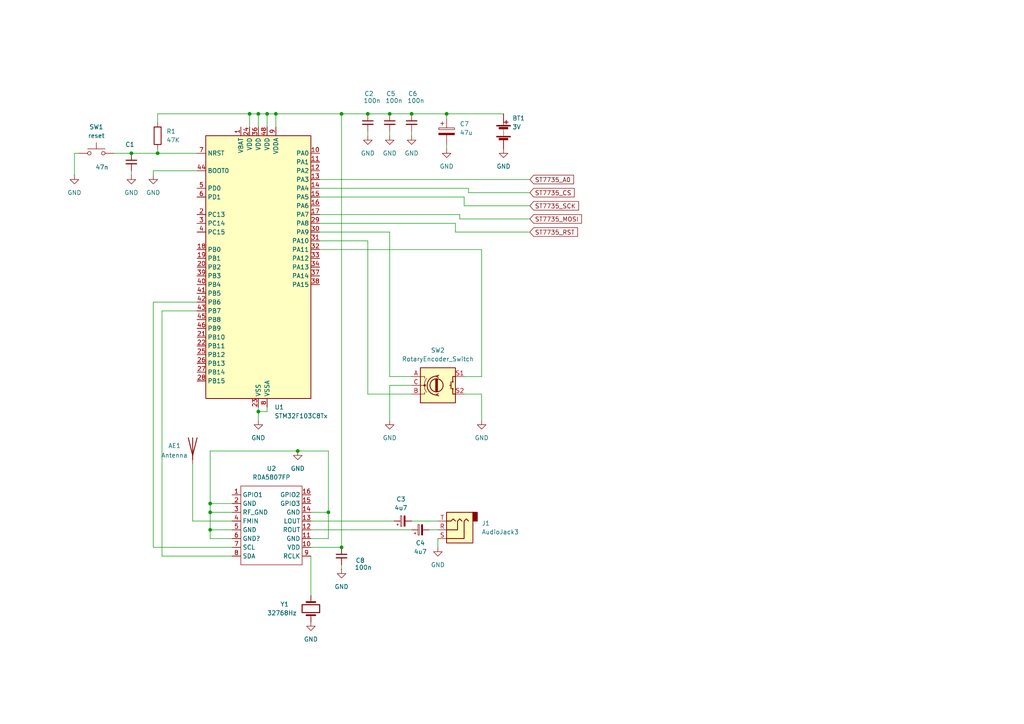
<source format=kicad_sch>
(kicad_sch (version 20250114) (generator "eeschema") (generator_version "9.0")
  (paper "A4")
  (lib_symbols
    (symbol "Connector:AudioJack3"
      (property "Reference" "J" (at 0 8.89 0))
      (property "Value" "AudioJack3" (at 0 6.35 0))
      (symbol "AudioJack3_0_1"
        (rectangle (start -5.08 -5.08) (end -6.35 -2.54) (stroke (width 0.254)) (fill (type outline)))
        (polyline (pts (xy -1.905 -2.54) (xy -1.27 -3.175) (xy -0.635 -2.54) (xy -0.635 0) (xy 2.54 0)) (stroke (width 0.254)))
        (polyline (pts (xy 0 -2.54) (xy 0.635 -3.175) (xy 1.27 -2.54) (xy 2.54 -2.54)) (stroke (width 0.254)))
        (rectangle (start 2.54 3.81) (end -5.08 -5.08) (stroke (width 0.254)) (fill (type background)))
        (polyline (pts (xy 2.54 2.54) (xy -2.54 2.54) (xy -2.54 -2.54) (xy -3.175 -3.175) (xy -3.81 -2.54)) (stroke (width 0.254)))
      )
      (symbol "AudioJack3_1_1"
        (pin passive line (at 5.08 2.54 180) (length 2.54) (name "~") (number "S"))
        (pin passive line (at 5.08 0 180) (length 2.54) (name "~") (number "R"))
        (pin passive line (at 5.08 -2.54 180) (length 2.54) (name "~") (number "T"))
      )
    )
    (symbol "Device:Antenna" (pin_numbers (hide yes)) (pin_names (offset 1.016) (hide yes))
      (property "Reference" "AE" (at -1.905 1.905 0))
      (property "Value" "Antenna" (at -1.905 0 0))
      (symbol "Antenna_0_1"
        (polyline (pts (xy 0 2.54) (xy 0 -3.81)) (stroke (width 0.254)))
        (polyline (pts (xy 1.27 2.54) (xy 0 -2.54) (xy -1.27 2.54)) (stroke (width 0.254)))
      )
      (symbol "Antenna_1_1"
        (pin input line (at 0 -5.08 90) (length 2.54) (name "A") (number "1"))
      )
    )
    (symbol "Device:Battery" (pin_numbers (hide yes)) (pin_names (offset 0) (hide yes))
      (property "Reference" "BT" (at 2.54 2.54 0))
      (property "Value" "Battery" (at 2.54 0 0))
      (symbol "Battery_0_1"
        (rectangle (start -2.032 1.778) (end 2.032 1.524) (fill (type outline)))
        (rectangle (start -2.032 -1.397) (end 2.032 -1.651) (fill (type outline)))
        (rectangle (start -1.3208 1.1938) (end 1.27 0.6858) (fill (type outline)))
        (rectangle (start -1.3208 -1.9812) (end 1.27 -2.4892) (fill (type outline)))
        (polyline (pts (xy 0 1.778) (xy 0 2.54)))
        (polyline (pts (xy 0 0.508) (xy 0 0.762)))
        (polyline (pts (xy 0 0) (xy 0 0.254)))
        (polyline (pts (xy 0 -0.508) (xy 0 -0.254)))
        (polyline (pts (xy 0 -1.016) (xy 0 -0.762)))
        (polyline (pts (xy 0 -1.524) (xy 0 -1.27)))
        (polyline (pts (xy 0.254 2.667) (xy 1.27 2.667)) (stroke (width 0.254)))
        (polyline (pts (xy 0.762 3.175) (xy 0.762 2.159)) (stroke (width 0.254)))
      )
      (symbol "Battery_1_1"
        (pin passive line (at 0 5.08 270) (length 2.54) (name "+") (number "1"))
        (pin passive line (at 0 -5.08 90) (length 2.54) (name "-") (number "2"))
      )
    )
    (symbol "Device:C_Polarized" (pin_numbers (hide yes)) (pin_names (offset 0.254))
      (property "Reference" "C" (at 0.635 2.54 0))
      (property "Value" "C_Polarized" (at 0.635 -2.54 0))
      (symbol "C_Polarized_0_1"
        (rectangle (start -2.286 0.508) (end 2.286 1.016))
        (polyline (pts (xy -1.778 2.286) (xy -0.762 2.286)))
        (polyline (pts (xy -1.27 2.794) (xy -1.27 1.778)))
        (rectangle (start 2.286 -0.508) (end -2.286 -1.016) (fill (type outline)))
      )
      (symbol "C_Polarized_1_1"
        (pin passive line (at 0 3.81 270) (length 2.794) (name "~") (number "1"))
        (pin passive line (at 0 -3.81 90) (length 2.794) (name "~") (number "2"))
      )
    )
    (symbol "Device:C_Polarized_Small" (pin_numbers (hide yes)) (pin_names (offset 0.254) (hide yes))
      (property "Reference" "C" (at 0.254 1.778 0))
      (property "Value" "C_Polarized_Small" (at 0.254 -2.032 0))
      (symbol "C_Polarized_Small_0_1"
        (rectangle (start -1.524 0.6858) (end 1.524 0.3048))
        (rectangle (start -1.524 -0.3048) (end 1.524 -0.6858) (fill (type outline)))
        (polyline (pts (xy -1.27 1.524) (xy -0.762 1.524)))
        (polyline (pts (xy -1.016 1.27) (xy -1.016 1.778)))
      )
      (symbol "C_Polarized_Small_1_1"
        (pin passive line (at 0 2.54 270) (length 1.8542) (name "~") (number "1"))
        (pin passive line (at 0 -2.54 90) (length 1.8542) (name "~") (number "2"))
      )
    )
    (symbol "Device:C_Small" (pin_numbers (hide yes)) (pin_names (offset 0.254) (hide yes))
      (property "Reference" "C" (at 0.254 1.778 0))
      (property "Value" "C_Small" (at 0.254 -2.032 0))
      (symbol "C_Small_0_1"
        (polyline (pts (xy -1.524 0.508) (xy 1.524 0.508)) (stroke (width 0.3048)))
        (polyline (pts (xy -1.524 -0.508) (xy 1.524 -0.508)) (stroke (width 0.3302)))
      )
      (symbol "C_Small_1_1"
        (pin passive line (at 0 2.54 270) (length 2.032) (name "~") (number "1"))
        (pin passive line (at 0 -2.54 90) (length 2.032) (name "~") (number "2"))
      )
    )
    (symbol "Device:Crystal" (pin_numbers (hide yes)) (pin_names (offset 1.016) (hide yes))
      (property "Reference" "Y" (at 0 3.81 0))
      (property "Value" "Crystal" (at 0 -3.81 0))
      (symbol "Crystal_0_1"
        (polyline (pts (xy -2.54 0) (xy -1.905 0)))
        (polyline (pts (xy -1.905 -1.27) (xy -1.905 1.27)) (stroke (width 0.508)))
        (rectangle (start -1.143 2.54) (end 1.143 -2.54) (stroke (width 0.3048)))
        (polyline (pts (xy 1.905 -1.27) (xy 1.905 1.27)) (stroke (width 0.508)))
        (polyline (pts (xy 2.54 0) (xy 1.905 0)))
      )
      (symbol "Crystal_1_1"
        (pin passive line (at -3.81 0 0) (length 1.27) (name "1") (number "1"))
        (pin passive line (at 3.81 0 180) (length 1.27) (name "2") (number "2"))
      )
    )
    (symbol "Device:R" (pin_numbers (hide yes)) (pin_names (offset 0))
      (property "Reference" "R" (at 2.032 0 90))
      (property "Value" "R" (at 0 0 90))
      (symbol "R_0_1"
        (rectangle (start -1.016 -2.54) (end 1.016 2.54) (stroke (width 0.254)))
      )
      (symbol "R_1_1"
        (pin passive line (at 0 3.81 270) (length 1.27) (name "~") (number "1"))
        (pin passive line (at 0 -3.81 90) (length 1.27) (name "~") (number "2"))
      )
    )
    (symbol "Device:RotaryEncoder_Switch" (pin_names (offset 0.254) (hide yes))
      (property "Reference" "SW" (at 0 6.604 0))
      (property "Value" "RotaryEncoder_Switch" (at 0 -6.604 0))
      (symbol "RotaryEncoder_Switch_0_1"
        (rectangle (start -5.08 5.08) (end 5.08 -5.08) (stroke (width 0.254)) (fill (type background)))
        (polyline (pts (xy -5.08 2.54) (xy -3.81 2.54) (xy -3.81 2.032)))
        (polyline (pts (xy -5.08 0) (xy -3.81 0) (xy -3.81 -1.016) (xy -3.302 -2.032)))
        (polyline (pts (xy -5.08 -2.54) (xy -3.81 -2.54) (xy -3.81 -2.032)))
        (polyline (pts (xy -4.318 0) (xy -3.81 0) (xy -3.81 1.016) (xy -3.302 2.032)))
        (circle (center -3.81 0) (radius 0.254) (fill (type outline)))
        (polyline (pts (xy -0.635 -1.778) (xy -0.635 1.778)) (stroke (width 0.254)))
        (circle (center -0.381 0) (radius 1.905) (stroke (width 0.254)))
        (polyline (pts (xy -0.381 -1.778) (xy -0.381 1.778)) (stroke (width 0.254)))
        (arc (start -0.381 -2.794) (mid -3.0988 -0.0635) (end -0.381 2.667) (stroke (width 0.254)))
        (polyline (pts (xy -0.127 1.778) (xy -0.127 -1.778)) (stroke (width 0.254)))
        (polyline (pts (xy 0.254 2.921) (xy -0.508 2.667) (xy 0.127 2.286)) (stroke (width 0.254)))
        (polyline (pts (xy 0.254 -3.048) (xy -0.508 -2.794) (xy 0.127 -2.413)) (stroke (width 0.254)))
        (polyline (pts (xy 3.81 1.016) (xy 3.81 -1.016)) (stroke (width 0.254)))
        (polyline (pts (xy 3.81 0) (xy 3.429 0)) (stroke (width 0.254)))
        (circle (center 4.318 1.016) (radius 0.127) (stroke (width 0.254)))
        (circle (center 4.318 -1.016) (radius 0.127) (stroke (width 0.254)))
        (polyline (pts (xy 5.08 2.54) (xy 4.318 2.54) (xy 4.318 1.016)) (stroke (width 0.254)))
        (polyline (pts (xy 5.08 -2.54) (xy 4.318 -2.54) (xy 4.318 -1.016)) (stroke (width 0.254)))
      )
      (symbol "RotaryEncoder_Switch_1_1"
        (pin passive line (at -7.62 2.54 0) (length 2.54) (name "A") (number "A"))
        (pin passive line (at -7.62 0 0) (length 2.54) (name "C") (number "C"))
        (pin passive line (at -7.62 -2.54 0) (length 2.54) (name "B") (number "B"))
        (pin passive line (at 7.62 2.54 180) (length 2.54) (name "S1") (number "S1"))
        (pin passive line (at 7.62 -2.54 180) (length 2.54) (name "S2") (number "S2"))
      )
    )
    (symbol "GND_1" (power) (pin_numbers (hide yes)) (pin_names (offset 0) (hide yes))
      (property "Value" "GND" (at 0 -3.81 0))
      (symbol "GND_1_0_1"
        (polyline (pts (xy 0 0) (xy 0 -1.27) (xy 1.27 -1.27) (xy 0 -2.54) (xy -1.27 -1.27) (xy 0 -1.27)))
      )
      (symbol "GND_1_1_1"
        (pin power_in line (at 0 0 270) (length 0) (name "~") (number "1"))
      )
    )
    (symbol "MCU_ST_STM32F1:STM32F103C8Tx"
      (property "Reference" "U" (at -15.24 39.37 0))
      (property "Value" "STM32F103C8Tx" (at 7.62 39.37 0))
      (symbol "STM32F103C8Tx_0_1"
        (rectangle (start -15.24 -38.1) (end 15.24 38.1) (stroke (width 0.254)) (fill (type background)))
      )
      (symbol "STM32F103C8Tx_1_1"
        (pin input line (at -17.78 33.02 0) (length 2.54) (name "NRST") (number "7"))
        (pin input line (at -17.78 27.94 0) (length 2.54) (name "BOOT0") (number "44"))
        (pin bidirectional line (at -17.78 22.86 0) (length 2.54) (name "PD0") (number "5"))
        (pin bidirectional line (at -17.78 20.32 0) (length 2.54) (name "PD1") (number "6"))
        (pin bidirectional line (at -17.78 15.24 0) (length 2.54) (name "PC13") (number "2"))
        (pin bidirectional line (at -17.78 12.7 0) (length 2.54) (name "PC14") (number "3"))
        (pin bidirectional line (at -17.78 10.16 0) (length 2.54) (name "PC15") (number "4"))
        (pin bidirectional line (at -17.78 5.08 0) (length 2.54) (name "PB0") (number "18"))
        (pin bidirectional line (at -17.78 2.54 0) (length 2.54) (name "PB1") (number "19"))
        (pin bidirectional line (at -17.78 0 0) (length 2.54) (name "PB2") (number "20"))
        (pin bidirectional line (at -17.78 -2.54 0) (length 2.54) (name "PB3") (number "39"))
        (pin bidirectional line (at -17.78 -5.08 0) (length 2.54) (name "PB4") (number "40"))
        (pin bidirectional line (at -17.78 -7.62 0) (length 2.54) (name "PB5") (number "41"))
        (pin bidirectional line (at -17.78 -10.16 0) (length 2.54) (name "PB6") (number "42"))
        (pin bidirectional line (at -17.78 -12.7 0) (length 2.54) (name "PB7") (number "43"))
        (pin bidirectional line (at -17.78 -15.24 0) (length 2.54) (name "PB8") (number "45"))
        (pin bidirectional line (at -17.78 -17.78 0) (length 2.54) (name "PB9") (number "46"))
        (pin bidirectional line (at -17.78 -20.32 0) (length 2.54) (name "PB10") (number "21"))
        (pin bidirectional line (at -17.78 -22.86 0) (length 2.54) (name "PB11") (number "22"))
        (pin bidirectional line (at -17.78 -25.4 0) (length 2.54) (name "PB12") (number "25"))
        (pin bidirectional line (at -17.78 -27.94 0) (length 2.54) (name "PB13") (number "26"))
        (pin bidirectional line (at -17.78 -30.48 0) (length 2.54) (name "PB14") (number "27"))
        (pin bidirectional line (at -17.78 -33.02 0) (length 2.54) (name "PB15") (number "28"))
        (pin power_in line (at -5.08 40.64 270) (length 2.54) (name "VBAT") (number "1"))
        (pin power_in line (at -2.54 40.64 270) (length 2.54) (name "VDD") (number "24"))
        (pin power_in line (at 0 40.64 270) (length 2.54) (name "VDD") (number "36"))
        (pin power_in line (at 0 -40.64 90) (length 2.54) (name "VSS") (number "23"))
        (pin passive line (at 0 -40.64 90) (length 2.54) (hide yes) (name "VSS") (number "35"))
        (pin passive line (at 0 -40.64 90) (length 2.54) (hide yes) (name "VSS") (number "47"))
        (pin power_in line (at 2.54 40.64 270) (length 2.54) (name "VDD") (number "48"))
        (pin power_in line (at 2.54 -40.64 90) (length 2.54) (name "VSSA") (number "8"))
        (pin power_in line (at 5.08 40.64 270) (length 2.54) (name "VDDA") (number "9"))
        (pin bidirectional line (at 17.78 33.02 180) (length 2.54) (name "PA0") (number "10"))
        (pin bidirectional line (at 17.78 30.48 180) (length 2.54) (name "PA1") (number "11"))
        (pin bidirectional line (at 17.78 27.94 180) (length 2.54) (name "PA2") (number "12"))
        (pin bidirectional line (at 17.78 25.4 180) (length 2.54) (name "PA3") (number "13"))
        (pin bidirectional line (at 17.78 22.86 180) (length 2.54) (name "PA4") (number "14"))
        (pin bidirectional line (at 17.78 20.32 180) (length 2.54) (name "PA5") (number "15"))
        (pin bidirectional line (at 17.78 17.78 180) (length 2.54) (name "PA6") (number "16"))
        (pin bidirectional line (at 17.78 15.24 180) (length 2.54) (name "PA7") (number "17"))
        (pin bidirectional line (at 17.78 12.7 180) (length 2.54) (name "PA8") (number "29"))
        (pin bidirectional line (at 17.78 10.16 180) (length 2.54) (name "PA9") (number "30"))
        (pin bidirectional line (at 17.78 7.62 180) (length 2.54) (name "PA10") (number "31"))
        (pin bidirectional line (at 17.78 5.08 180) (length 2.54) (name "PA11") (number "32"))
        (pin bidirectional line (at 17.78 2.54 180) (length 2.54) (name "PA12") (number "33"))
        (pin bidirectional line (at 17.78 0 180) (length 2.54) (name "PA13") (number "34"))
        (pin bidirectional line (at 17.78 -2.54 180) (length 2.54) (name "PA14") (number "37"))
        (pin bidirectional line (at 17.78 -5.08 180) (length 2.54) (name "PA15") (number "38"))
      )
    )
    (symbol "New_Library:RDA5807FP"
      (property "Reference" "U" (at -2.54 15.24 0))
      (property "Value" "RDA5807FP" (at 0 12.7 0))
      (symbol "RDA5807FP_0_1"
        (rectangle (start -8.89 11.43) (end 8.89 -11.43))
      )
      (symbol "RDA5807FP_1_1"
        (pin bidirectional line (at -11.43 8.89 0) (length 2.54) (name "GPIO1") (number "1"))
        (pin power_in line (at -11.43 6.35 0) (length 2.54) (name "GND") (number "2"))
        (pin power_in line (at -11.43 3.81 0) (length 2.54) (name "RF_GND") (number "3"))
        (pin input line (at -11.43 1.27 0) (length 2.54) (name "FMIN") (number "4"))
        (pin power_in line (at -11.43 -1.27 0) (length 2.54) (name "GND") (number "5"))
        (pin bidirectional line (at -11.43 -3.81 0) (length 2.54) (name "GND?") (number "6"))
        (pin bidirectional line (at -11.43 -6.35 0) (length 2.54) (name "SCL") (number "7"))
        (pin bidirectional line (at -11.43 -8.89 0) (length 2.54) (name "SDA") (number "8"))
        (pin bidirectional line (at 11.43 8.89 180) (length 2.54) (name "GPIO2") (number "16"))
        (pin bidirectional line (at 11.43 6.35 180) (length 2.54) (name "GPIO3") (number "15"))
        (pin power_in line (at 11.43 3.81 180) (length 2.54) (name "GND") (number "14"))
        (pin output line (at 11.43 1.27 180) (length 2.54) (name "LOUT") (number "13"))
        (pin output line (at 11.43 -1.27 180) (length 2.54) (name "ROUT") (number "12"))
        (pin power_in line (at 11.43 -3.81 180) (length 2.54) (name "GND") (number "11"))
        (pin power_in line (at 11.43 -6.35 180) (length 2.54) (name "VDD") (number "10"))
        (pin bidirectional line (at 11.43 -8.89 180) (length 2.54) (name "RCLK") (number "9"))
      )
    )
    (symbol "Switch:SW_Push" (pin_numbers (hide yes)) (pin_names (offset 1.016) (hide yes))
      (property "Reference" "SW" (at 1.27 2.54 0))
      (property "Value" "SW_Push" (at 0 -1.524 0))
      (symbol "SW_Push_0_1"
        (circle (center -2.032 0) (radius 0.508))
        (polyline (pts (xy 0 1.27) (xy 0 3.048)))
        (circle (center 2.032 0) (radius 0.508))
        (polyline (pts (xy 2.54 1.27) (xy -2.54 1.27)))
        (pin passive line (at -5.08 0 0) (length 2.54) (name "1") (number "1"))
        (pin passive line (at 5.08 0 180) (length 2.54) (name "2") (number "2"))
      )
    )
    (symbol "power:GND" (power) (pin_names (offset 0))
      (property "Value" "GND" (at 0 -3.81 0))
      (symbol "GND_0_1"
        (polyline (pts (xy 0 0) (xy 0 -1.27) (xy 1.27 -1.27) (xy 0 -2.54) (xy -1.27 -1.27) (xy 0 -1.27)))
      )
      (symbol "GND_1_1"
        (pin power_in line (at 0 0 270) (length 0) (hide yes) (name "GND") (number "1"))
      )
    )
  )
  (junction (at 129.54 33.02))
  (junction (at 119.38 33.02))
  (junction (at 99.06 33.02))
  (junction (at 60.96 153.67))
  (junction (at 60.96 146.05))
  (junction (at 113.03 33.02))
  (junction (at 106.68 33.02))
  (junction (at 95.25 148.59))
  (junction (at 77.47 33.02))
  (junction (at 45.72 44.45))
  (junction (at 74.93 33.02))
  (junction (at 86.36 130.81))
  (junction (at 38.1 44.45))
  (junction (at 99.06 158.75))
  (junction (at 80.01 33.02))
  (junction (at 74.93 119.38))
  (junction (at 72.39 33.02))
  (junction (at 60.96 148.59))
  (wire (pts (xy 72.39 36.83) (xy 72.39 33.02)))
  (wire (pts (xy 119.38 111.76) (xy 113.03 111.76)))
  (wire (pts (xy 55.88 151.13) (xy 67.31 151.13)))
  (wire (pts (xy 77.47 33.02) (xy 77.47 36.83)))
  (wire (pts (xy 60.96 156.21) (xy 60.96 153.67)))
  (wire (pts (xy 74.93 119.38) (xy 74.93 121.92)))
  (wire (pts (xy 95.25 148.59) (xy 95.25 130.81)))
  (wire (pts (xy 60.96 148.59) (xy 67.31 148.59)))
  (wire (pts (xy 60.96 148.59) (xy 60.96 146.05)))
  (wire (pts (xy 80.01 33.02) (xy 99.06 33.02)))
  (wire (pts (xy 90.17 148.59) (xy 95.25 148.59)))
  (wire (pts (xy 99.06 33.02) (xy 106.68 33.02)))
  (wire (pts (xy 72.39 33.02) (xy 45.72 33.02)))
  (wire (pts (xy 22.86 44.45) (xy 21.59 44.45)))
  (wire (pts (xy 46.99 161.29) (xy 46.99 90.17)))
  (wire (pts (xy 44.45 158.75) (xy 44.45 87.63)))
  (wire (pts (xy 33.02 44.45) (xy 38.1 44.45)))
  (wire (pts (xy 119.38 38.1) (xy 119.38 39.37)))
  (wire (pts (xy 92.71 54.61) (xy 135.89 54.61)))
  (wire (pts (xy 95.25 130.81) (xy 86.36 130.81)))
  (wire (pts (xy 106.68 38.1) (xy 106.68 39.37)))
  (wire (pts (xy 45.72 43.18) (xy 45.72 44.45)))
  (wire (pts (xy 129.54 33.02) (xy 146.05 33.02)))
  (wire (pts (xy 129.54 33.02) (xy 129.54 34.29)))
  (wire (pts (xy 86.36 130.81) (xy 60.96 130.81)))
  (wire (pts (xy 74.93 118.11) (xy 74.93 119.38)))
  (wire (pts (xy 127 156.21) (xy 127 158.75)))
  (wire (pts (xy 92.71 69.85) (xy 106.68 69.85)))
  (wire (pts (xy 38.1 44.45) (xy 45.72 44.45)))
  (wire (pts (xy 92.71 57.15) (xy 134.62 57.15)))
  (wire (pts (xy 92.71 72.39) (xy 139.7 72.39)))
  (wire (pts (xy 132.08 64.77) (xy 132.08 67.31)))
  (wire (pts (xy 55.88 134.62) (xy 55.88 151.13)))
  (wire (pts (xy 133.35 62.23) (xy 133.35 63.5)))
  (wire (pts (xy 139.7 109.22) (xy 134.62 109.22)))
  (wire (pts (xy 106.68 69.85) (xy 106.68 114.3)))
  (wire (pts (xy 60.96 153.67) (xy 60.96 148.59)))
  (wire (pts (xy 92.71 64.77) (xy 132.08 64.77)))
  (wire (pts (xy 60.96 156.21) (xy 67.31 156.21)))
  (wire (pts (xy 113.03 67.31) (xy 113.03 109.22)))
  (wire (pts (xy 80.01 33.02) (xy 80.01 36.83)))
  (wire (pts (xy 57.15 44.45) (xy 45.72 44.45)))
  (wire (pts (xy 92.71 62.23) (xy 133.35 62.23)))
  (wire (pts (xy 113.03 111.76) (xy 113.03 121.92)))
  (wire (pts (xy 113.03 38.1) (xy 113.03 39.37)))
  (wire (pts (xy 21.59 44.45) (xy 21.59 50.8)))
  (wire (pts (xy 124.46 153.67) (xy 127 153.67)))
  (wire (pts (xy 92.71 67.31) (xy 113.03 67.31)))
  (wire (pts (xy 77.47 119.38) (xy 77.47 118.11)))
  (wire (pts (xy 106.68 33.02) (xy 113.03 33.02)))
  (wire (pts (xy 90.17 151.13) (xy 114.3 151.13)))
  (wire (pts (xy 134.62 59.69) (xy 153.67 59.69)))
  (wire (pts (xy 44.45 158.75) (xy 67.31 158.75)))
  (wire (pts (xy 74.93 119.38) (xy 77.47 119.38)))
  (wire (pts (xy 99.06 158.75) (xy 90.17 158.75)))
  (wire (pts (xy 90.17 153.67) (xy 119.38 153.67)))
  (wire (pts (xy 113.03 109.22) (xy 119.38 109.22)))
  (wire (pts (xy 60.96 130.81) (xy 60.96 146.05)))
  (wire (pts (xy 92.71 52.07) (xy 153.67 52.07)))
  (wire (pts (xy 99.06 33.02) (xy 99.06 158.75)))
  (wire (pts (xy 44.45 87.63) (xy 57.15 87.63)))
  (wire (pts (xy 90.17 156.21) (xy 95.25 156.21)))
  (wire (pts (xy 135.89 55.88) (xy 153.67 55.88)))
  (wire (pts (xy 99.06 163.83) (xy 99.06 165.1)))
  (wire (pts (xy 134.62 57.15) (xy 134.62 59.69)))
  (wire (pts (xy 135.89 54.61) (xy 135.89 55.88)))
  (wire (pts (xy 139.7 72.39) (xy 139.7 109.22)))
  (wire (pts (xy 113.03 33.02) (xy 119.38 33.02)))
  (wire (pts (xy 74.93 33.02) (xy 74.93 36.83)))
  (wire (pts (xy 95.25 148.59) (xy 95.25 156.21)))
  (wire (pts (xy 44.45 49.53) (xy 44.45 50.8)))
  (wire (pts (xy 38.1 49.53) (xy 38.1 50.8)))
  (wire (pts (xy 133.35 63.5) (xy 153.67 63.5)))
  (wire (pts (xy 46.99 90.17) (xy 57.15 90.17)))
  (wire (pts (xy 67.31 153.67) (xy 60.96 153.67)))
  (wire (pts (xy 57.15 49.53) (xy 44.45 49.53)))
  (wire (pts (xy 45.72 33.02) (xy 45.72 35.56)))
  (wire (pts (xy 134.62 114.3) (xy 139.7 114.3)))
  (wire (pts (xy 119.38 33.02) (xy 129.54 33.02)))
  (wire (pts (xy 106.68 114.3) (xy 119.38 114.3)))
  (wire (pts (xy 90.17 161.29) (xy 90.17 172.72)))
  (wire (pts (xy 46.99 161.29) (xy 67.31 161.29)))
  (wire (pts (xy 129.54 41.91) (xy 129.54 43.18)))
  (wire (pts (xy 74.93 33.02) (xy 77.47 33.02)))
  (wire (pts (xy 132.08 67.31) (xy 153.67 67.31)))
  (wire (pts (xy 139.7 114.3) (xy 139.7 121.92)))
  (wire (pts (xy 119.38 151.13) (xy 127 151.13)))
  (wire (pts (xy 60.96 146.05) (xy 67.31 146.05)))
  (wire (pts (xy 72.39 33.02) (xy 74.93 33.02)))
  (wire (pts (xy 77.47 33.02) (xy 80.01 33.02)))
  (global_label "ST7735_A0" (shape input) (at 153.67 52.07 0) (property "Intersheetrefs" "${INTERSHEET_REFS}" (effects (hide yes))))
  (global_label "ST7735_MOSI" (shape input) (at 153.67 63.5 0) (property "Intersheetrefs" "${INTERSHEET_REFS}" (effects (hide yes))))
  (global_label "ST7735_RST" (shape input) (at 153.67 67.31 0) (property "Intersheetrefs" "${INTERSHEET_REFS}" (effects (hide yes))))
  (global_label "ST7735_SCK" (shape input) (at 153.67 59.69 0) (property "Intersheetrefs" "${INTERSHEET_REFS}" (effects (hide yes))))
  (global_label "ST7735_CS" (shape input) (at 153.67 55.88 0) (property "Intersheetrefs" "${INTERSHEET_REFS}" (effects (hide yes))))
  (symbol (lib_name "GND_1") (lib_id "power:GND") (at 44.45 50.8 0) (unit 1)
    (property "Reference" "#PWR01" (effects (hide yes)))
    (property "Value" "GND" (at 44.45 55.88 0))
    (property "Description" "Power symbol creates a global label with name \"GND\" , ground" (effects (hide yes)))
  )
  (symbol (lib_id "power:GND") (at 86.36 130.81 0) (unit 1)
    (property "Reference" "#PWR06" (effects (hide yes)))
    (property "Value" "GND" (at 86.36 135.89 0))
  )
  (symbol (lib_id "Device:Crystal") (at 90.17 176.53 90) (unit 1)
    (property "Reference" "Y1" (at 81.28 175.26 90) (effects (justify right)))
    (property "Value" "32768Hz" (at 77.47 177.8 90) (effects (justify right)))
  )
  (symbol (lib_id "MCU_ST_STM32F1:STM32F103C8Tx") (at 74.93 77.47 0) (unit 1)
    (property "Reference" "U1" (at 79.6133 118.11 0) (effects (justify left)))
    (property "Value" "STM32F103C8Tx" (at 79.6133 120.65 0) (effects (justify left)))
    (property "Footprint" "Package_QFP:LQFP-48_7x7mm_P0.5mm" (effects (hide yes)))
    (property "Datasheet" "https://www.st.com/resource/en/datasheet/stm32f103c8.pdf" (effects (hide yes)))
    (property "Description" "STMicroelectronics Arm Cortex-M3 MCU, 64KB flash, 20KB RAM, 72 MHz, 2.0-3.6V, 37 GPIO, LQFP48" (effects (hide yes)))
  )
  (symbol (lib_id "power:GND") (at 74.93 121.92 0) (unit 1)
    (property "Reference" "#PWR02" (effects (hide yes)))
    (property "Value" "GND" (at 74.93 127 0))
  )
  (symbol (lib_id "New_Library:RDA5807FP") (at 78.74 152.4 0) (unit 1)
    (property "Reference" "U2" (at 78.74 135.89 0))
    (property "Value" "RDA5807FP" (at 78.74 138.43 0))
  )
  (symbol (lib_id "Switch:SW_Push") (at 27.94 44.45 0) (unit 1)
    (property "Reference" "SW1" (at 27.94 36.83 0))
    (property "Value" "reset" (at 27.94 39.37 0))
    (property "Description" "Push button switch, generic, two pins" (effects (hide yes)))
  )
  (symbol (lib_name "GND_1") (lib_id "power:GND") (at 106.68 39.37 0) (unit 1)
    (property "Reference" "#PWR05" (effects (hide yes)))
    (property "Value" "GND" (at 106.68 44.45 0))
    (property "Description" "Power symbol creates a global label with name \"GND\" , ground" (effects (hide yes)))
  )
  (symbol (lib_id "Device:C_Polarized_Small") (at 121.92 153.67 90) (unit 1)
    (property "Reference" "C4" (at 121.92 157.48 90))
    (property "Value" "4u7" (at 121.92 160.02 90))
  )
  (symbol (lib_id "Device:C_Small") (at 38.1 46.99 0) (unit 1)
    (property "Reference" "C1" (at 36.322 41.91 0) (effects (justify left)))
    (property "Value" "47n" (at 27.686 48.514 0) (effects (justify left)))
    (property "Description" "Unpolarized capacitor, small symbol" (effects (hide yes)))
  )
  (symbol (lib_id "Device:C_Polarized") (at 129.54 38.1 0) (unit 1)
    (property "Reference" "C7" (at 133.35 35.9409 0) (effects (justify left)))
    (property "Value" "47u" (at 133.35 38.4809 0) (effects (justify left)))
    (property "Description" "Polarized capacitor" (effects (hide yes)))
  )
  (symbol (lib_id "Device:Antenna") (at 55.88 129.54 0) (unit 1)
    (property "Reference" "AE1" (at 48.768 129.286 0) (effects (justify left)))
    (property "Value" "Antenna" (at 46.736 132.08 0) (effects (justify left)))
  )
  (symbol (lib_id "Device:C_Small") (at 106.68 35.56 0) (unit 1)
    (property "Reference" "C2" (at 105.664 27.178 0) (effects (justify left)))
    (property "Value" "100n" (at 105.41 29.21 0) (effects (justify left)))
    (property "Description" "Unpolarized capacitor, small symbol" (effects (hide yes)))
  )
  (symbol (lib_id "Device:R") (at 45.72 39.37 0) (unit 1)
    (property "Reference" "R1" (at 48.26 38.0999 0) (effects (justify left)))
    (property "Value" "47K" (at 48.26 40.6399 0) (effects (justify left)))
    (property "Description" "Resistor" (effects (hide yes)))
  )
  (symbol (lib_name "GND_1") (lib_id "power:GND") (at 119.38 39.37 0) (unit 1)
    (property "Reference" "#PWR010" (effects (hide yes)))
    (property "Value" "GND" (at 119.38 44.45 0))
    (property "Description" "Power symbol creates a global label with name \"GND\" , ground" (effects (hide yes)))
  )
  (symbol (lib_id "Device:Battery") (at 146.05 38.1 0) (unit 1)
    (property "Reference" "BT1" (at 148.59 34.29 0) (effects (justify left)))
    (property "Value" "3V" (at 148.59 36.83 0) (effects (justify left)))
  )
  (symbol (lib_id "Device:C_Small") (at 113.03 35.56 0) (unit 1)
    (property "Reference" "C5" (at 112.014 27.178 0) (effects (justify left)))
    (property "Value" "100n" (at 111.76 29.21 0) (effects (justify left)))
    (property "Description" "Unpolarized capacitor, small symbol" (effects (hide yes)))
  )
  (symbol (lib_id "Device:RotaryEncoder_Switch") (at 127 111.76 0) (unit 1)
    (property "Reference" "SW2" (at 127 101.6 0))
    (property "Value" "RotaryEncoder_Switch" (at 127 104.14 0))
    (property "Description" "Rotary encoder, dual channel, incremental quadrate outputs, with switch" (effects (hide yes)))
  )
  (symbol (lib_name "GND_1") (lib_id "power:GND") (at 99.06 165.1 0) (unit 1)
    (property "Reference" "#PWR013" (effects (hide yes)))
    (property "Value" "GND" (at 99.06 170.18 0))
    (property "Description" "Power symbol creates a global label with name \"GND\" , ground" (effects (hide yes)))
  )
  (symbol (lib_id "Device:C_Polarized_Small") (at 116.84 151.13 90) (unit 1)
    (property "Reference" "C3" (at 116.2939 144.78 90))
    (property "Value" "4u7" (at 116.2939 147.32 90))
  )
  (symbol (lib_id "Device:C_Small") (at 119.38 35.56 0) (unit 1)
    (property "Reference" "C6" (at 118.364 27.178 0) (effects (justify left)))
    (property "Value" "100n" (at 118.11 29.21 0) (effects (justify left)))
    (property "Description" "Unpolarized capacitor, small symbol" (effects (hide yes)))
  )
  (symbol (lib_id "power:GND") (at 127 158.75 0) (unit 1)
    (property "Reference" "#PWR011" (effects (hide yes)))
    (property "Value" "GND" (at 127 163.83 0))
  )
  (symbol (lib_id "power:GND") (at 139.7 121.92 0) (unit 1)
    (property "Reference" "#PWR015" (effects (hide yes)))
    (property "Value" "GND" (at 139.7 127 0))
  )
  (symbol (lib_name "GND_1") (lib_id "power:GND") (at 38.1 50.8 0) (unit 1)
    (property "Reference" "#PWR04" (effects (hide yes)))
    (property "Value" "GND" (at 38.1 55.88 0))
    (property "Description" "Power symbol creates a global label with name \"GND\" , ground" (effects (hide yes)))
  )
  (symbol (lib_id "power:GND") (at 113.03 121.92 0) (unit 1)
    (property "Reference" "#PWR014" (effects (hide yes)))
    (property "Value" "GND" (at 113.03 127 0))
  )
  (symbol (lib_id "Device:C_Small") (at 99.06 161.29 0) (unit 1)
    (property "Reference" "C8" (at 103.124 162.56 0) (effects (justify left)))
    (property "Value" "100n" (at 102.87 164.592 0) (effects (justify left)))
    (property "Description" "Unpolarized capacitor, small symbol" (effects (hide yes)))
  )
  (symbol (lib_id "power:GND") (at 146.05 43.18 0) (unit 1)
    (property "Reference" "#PWR08" (effects (hide yes)))
    (property "Value" "GND" (at 146.05 48.26 0))
  )
  (symbol (lib_id "power:GND") (at 90.17 180.34 0) (unit 1)
    (property "Reference" "#PWR07" (effects (hide yes)))
    (property "Value" "GND" (at 90.17 185.42 0))
  )
  (symbol (lib_name "GND_1") (lib_id "power:GND") (at 129.54 43.18 0) (unit 1)
    (property "Reference" "#PWR012" (effects (hide yes)))
    (property "Value" "GND" (at 129.54 48.26 0))
    (property "Description" "Power symbol creates a global label with name \"GND\" , ground" (effects (hide yes)))
  )
  (symbol (lib_name "GND_1") (lib_id "power:GND") (at 113.03 39.37 0) (unit 1)
    (property "Reference" "#PWR09" (effects (hide yes)))
    (property "Value" "GND" (at 113.03 44.45 0))
    (property "Description" "Power symbol creates a global label with name \"GND\" , ground" (effects (hide yes)))
  )
  (symbol (lib_id "Connector:AudioJack3") (at 132.08 153.67 180) (unit 1)
    (property "Reference" "J1" (at 139.7 151.7649 0) (effects (justify right)))
    (property "Value" "AudioJack3" (at 139.7 154.3049 0) (effects (justify right)))
  )
  (symbol (lib_name "GND_1") (lib_id "power:GND") (at 21.59 50.8 0) (unit 1)
    (property "Reference" "#PWR03" (effects (hide yes)))
    (property "Value" "GND" (at 21.59 55.88 0))
    (property "Description" "Power symbol creates a global label with name \"GND\" , ground" (effects (hide yes)))
  )
)
</source>
